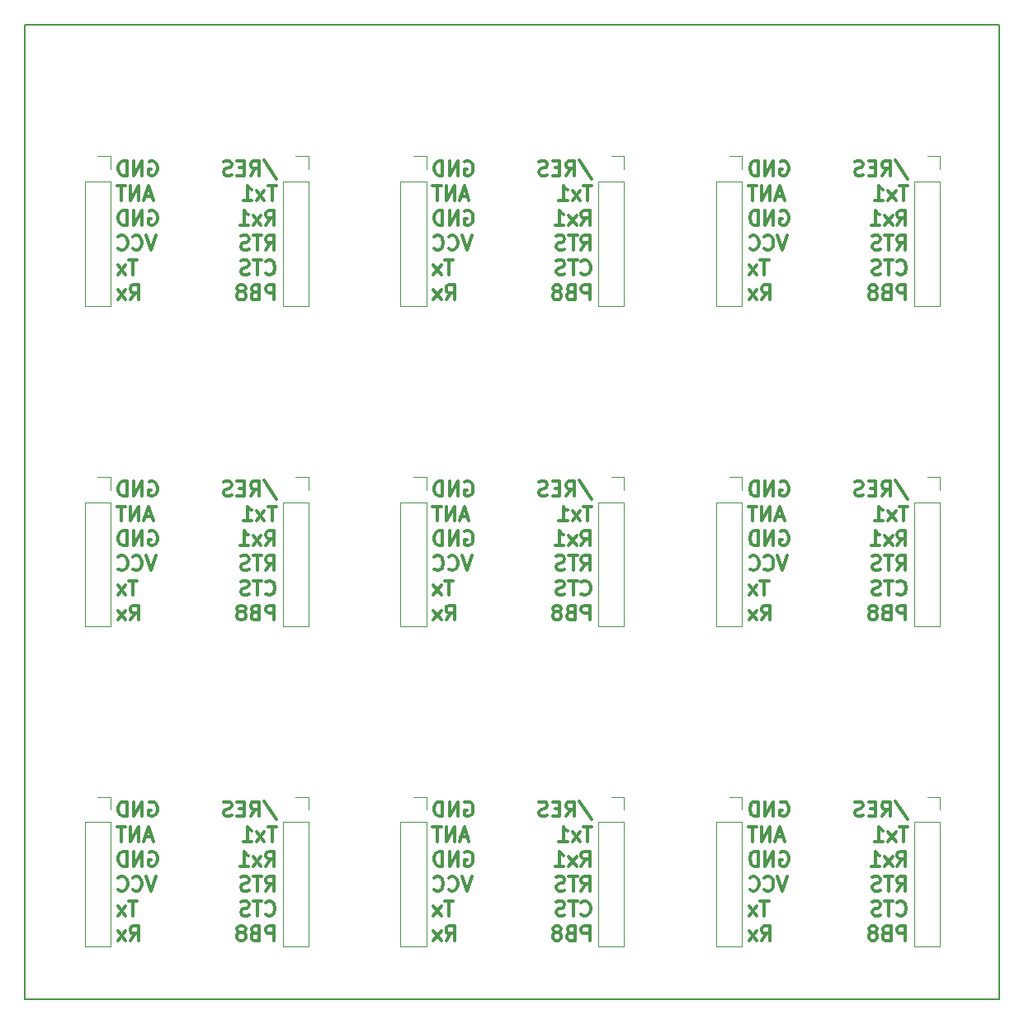
<source format=gbo>
%FSTAX23Y23*%
%MOIN*%
%SFA1B1*%

%IPPOS*%
%ADD20C,0.011811*%
%ADD21C,0.004724*%
%ADD22C,0.043386*%
%ADD23C,0.023701*%
%ADD24O,0.070945X0.070945*%
%ADD25R,0.070945X0.070945*%
%ADD44C,0.005000*%
G54D20*
X00964Y008D02*
X01015Y00724D01*
G54D44*
X0Y0D02*
X03936D01*
Y03936*
X0*
Y0*
G54D20*
X00911Y00738D02*
X0093Y00766D01*
X00944Y00738D02*
Y00797D01*
X00922*
X00916Y00794*
X00914Y00791*
X00911Y00786*
Y00777*
X00914Y00772*
X00916Y00769*
X00922Y00766*
X00944*
X00885Y00769D02*
X00866D01*
X00857Y00738D02*
X00885D01*
Y00797*
X00857*
X00835Y00741D02*
X00826Y00738D01*
X00812*
X00807Y00741*
X00804Y00743*
X00801Y00749*
Y00755*
X00804Y0076*
X00807Y00763*
X00812Y00766*
X00824Y00769*
X00829Y00772*
X00832Y00774*
X00835Y0078*
Y00786*
X00832Y00791*
X00829Y00794*
X00824Y00797*
X0081*
X00801Y00794*
X01015Y00697D02*
X00981D01*
X00998Y00637D02*
Y00697D01*
X00967Y00637D02*
X00936Y00677D01*
X00967D02*
X00936Y00637D01*
X00883D02*
X00916D01*
X009D02*
Y00697D01*
X00905Y00688*
X00911Y00682*
X00916Y0068*
X00973Y00537D02*
X00992Y00565D01*
X01006Y00537D02*
Y00596D01*
X00984*
X00978Y00593*
X00975Y00591*
X00973Y00585*
Y00576*
X00975Y00571*
X00978Y00568*
X00984Y00565*
X01006*
X00953Y00537D02*
X00922Y00576D01*
X00953D02*
X00922Y00537D01*
X00869D02*
X00902D01*
X00885D02*
Y00596D01*
X00891Y00588*
X00897Y00582*
X00902Y00579*
X00973Y00437D02*
X00992Y00465D01*
X01006Y00437D02*
Y00496D01*
X00984*
X00978Y00493*
X00975Y0049*
X00973Y00484*
Y00476*
X00975Y0047*
X00978Y00468*
X00984Y00465*
X01006*
X00956Y00496D02*
X00922D01*
X00939Y00437D02*
Y00496D01*
X00905Y00439D02*
X00897Y00437D01*
X00883*
X00877Y00439*
X00874Y00442*
X00871Y00448*
Y00454*
X00874Y00459*
X00877Y00462*
X00883Y00465*
X00894Y00468*
X009Y0047*
X00902Y00473*
X00905Y00479*
Y00484*
X00902Y0049*
X009Y00493*
X00894Y00496*
X0088*
X00871Y00493*
X00973Y00342D02*
X00975Y00339D01*
X00984Y00336*
X00989*
X00998Y00339*
X01004Y00345*
X01006Y0035*
X01009Y00362*
Y0037*
X01006Y00381*
X01004Y00387*
X00998Y00393*
X00989Y00395*
X00984*
X00975Y00393*
X00973Y0039*
X00956Y00395D02*
X00922D01*
X00939Y00336D02*
Y00395D01*
X00905Y00339D02*
X00897Y00336D01*
X00883*
X00877Y00339*
X00874Y00342*
X00871Y00348*
Y00353*
X00874Y00359*
X00877Y00362*
X00883Y00364*
X00894Y00367*
X009Y0037*
X00902Y00373*
X00905Y00378*
Y00384*
X00902Y0039*
X009Y00393*
X00894Y00395*
X0088*
X00871Y00393*
X01006Y00236D02*
Y00295D01*
X00984*
X00978Y00292*
X00975Y00289*
X00973Y00284*
Y00275*
X00975Y0027*
X00978Y00267*
X00984Y00264*
X01006*
X00928Y00267D02*
X00919Y00264D01*
X00916Y00261*
X00914Y00256*
Y00247*
X00916Y00242*
X00919Y00239*
X00925Y00236*
X00947*
Y00295*
X00928*
X00922Y00292*
X00919Y00289*
X00916Y00284*
Y00278*
X00919Y00272*
X00922Y0027*
X00928Y00267*
X00947*
X0088Y0027D02*
X00885Y00272D01*
X00888Y00275*
X00891Y00281*
Y00284*
X00888Y00289*
X00885Y00292*
X0088Y00295*
X00869*
X00863Y00292*
X0086Y00289*
X00857Y00284*
Y00281*
X0086Y00275*
X00863Y00272*
X00869Y0027*
X0088*
X00885Y00267*
X00888Y00264*
X00891Y00258*
Y00247*
X00888Y00242*
X00885Y00239*
X0088Y00236*
X00869*
X00863Y00239*
X0086Y00242*
X00857Y00247*
Y00258*
X0086Y00264*
X00863Y00267*
X00869Y0027*
X00501Y00794D02*
X00506Y00797D01*
X00515*
X00523Y00794*
X00529Y00788*
X00532Y00783*
X00535Y00772*
Y00763*
X00532Y00752*
X00529Y00746*
X00523Y00741*
X00515Y00738*
X00509*
X00501Y00741*
X00498Y00743*
Y00763*
X00509*
X00473Y00738D02*
Y00797D01*
X00439Y00738*
Y00797*
X00411Y00738D02*
Y00797D01*
X00397*
X00388Y00794*
X00383Y00788*
X0038Y00783*
X00377Y00772*
Y00763*
X0038Y00752*
X00383Y00746*
X00388Y00741*
X00397Y00738*
X00411*
X00512Y00654D02*
X00484D01*
X00518Y00637D02*
X00498Y00697D01*
X00478Y00637*
X00459D02*
Y00697D01*
X00425Y00637*
Y00697*
X00405D02*
X00371D01*
X00388Y00637D02*
Y00697D01*
X00501Y00593D02*
X00506Y00596D01*
X00515*
X00523Y00593*
X00529Y00588*
X00532Y00582*
X00535Y00571*
Y00562*
X00532Y00551*
X00529Y00546*
X00523Y0054*
X00515Y00537*
X00509*
X00501Y0054*
X00498Y00543*
Y00562*
X00509*
X00473Y00537D02*
Y00596D01*
X00439Y00537*
Y00596*
X00411Y00537D02*
Y00596D01*
X00397*
X00388Y00593*
X00383Y00588*
X0038Y00582*
X00377Y00571*
Y00562*
X0038Y00551*
X00383Y00546*
X00388Y0054*
X00397Y00537*
X00411*
X00529Y00496D02*
X00509Y00437D01*
X0049Y00496*
X00436Y00442D02*
X00439Y00439D01*
X00447Y00437*
X00453*
X00461Y00439*
X00467Y00445*
X0047Y00451*
X00473Y00462*
Y0047*
X0047Y00482*
X00467Y00487*
X00461Y00493*
X00453Y00496*
X00447*
X00439Y00493*
X00436Y0049*
X00377Y00442D02*
X0038Y00439D01*
X00388Y00437*
X00394*
X00402Y00439*
X00408Y00445*
X00411Y00451*
X00414Y00462*
Y0047*
X00411Y00482*
X00408Y00487*
X00402Y00493*
X00394Y00496*
X00388*
X0038Y00493*
X00377Y0049*
X00453Y00395D02*
X00419D01*
X00436Y00336D02*
Y00395D01*
X00405Y00336D02*
X00374Y00376D01*
X00405D02*
X00374Y00336D01*
X00425Y00236D02*
X00445Y00264D01*
X00459Y00236D02*
Y00295D01*
X00436*
X0043Y00292*
X00428Y00289*
X00425Y00284*
Y00275*
X00428Y0027*
X0043Y00267*
X00436Y00264*
X00459*
X00405Y00236D02*
X00374Y00275D01*
X00405D02*
X00374Y00236D01*
G54D21*
X00345Y00816D02*
X00293D01*
X00345Y00764D02*
Y00816D01*
Y00714D02*
X00241D01*
Y00211D01*
X00345Y00714D02*
Y00211D01*
X00241D01*
X01145D02*
X01041D01*
X01145Y00714D02*
Y00211D01*
X01041Y00714D02*
Y00211D01*
X01145Y00714D02*
X01041D01*
X01145Y00764D02*
Y00816D01*
X01093D01*
G54D20*
X02239Y008D02*
X0229Y00724D01*
X02186Y00738D02*
X02205Y00766D01*
X02219Y00738D02*
Y00797D01*
X02197*
X02191Y00794*
X02188Y00791*
X02186Y00786*
Y00777*
X02188Y00772*
X02191Y00769*
X02197Y00766*
X02219*
X0216Y00769D02*
X02141D01*
X02132Y00738D02*
X0216D01*
Y00797*
X02132*
X0211Y00741D02*
X02101Y00738D01*
X02087*
X02082Y00741*
X02079Y00743*
X02076Y00749*
Y00755*
X02079Y0076*
X02082Y00763*
X02087Y00766*
X02098Y00769*
X02104Y00772*
X02107Y00774*
X0211Y0078*
Y00786*
X02107Y00791*
X02104Y00794*
X02098Y00797*
X02084*
X02076Y00794*
X0229Y00697D02*
X02256D01*
X02273Y00637D02*
Y00697D01*
X02242Y00637D02*
X02211Y00677D01*
X02242D02*
X02211Y00637D01*
X02157D02*
X02191D01*
X02174D02*
Y00697D01*
X0218Y00688*
X02186Y00682*
X02191Y0068*
X02247Y00537D02*
X02267Y00565D01*
X02281Y00537D02*
Y00596D01*
X02259*
X02253Y00593*
X0225Y00591*
X02247Y00585*
Y00576*
X0225Y00571*
X02253Y00568*
X02259Y00565*
X02281*
X02228Y00537D02*
X02197Y00576D01*
X02228D02*
X02197Y00537D01*
X02143D02*
X02177D01*
X0216D02*
Y00596D01*
X02166Y00588*
X02172Y00582*
X02177Y00579*
X02247Y00437D02*
X02267Y00465D01*
X02281Y00437D02*
Y00496D01*
X02259*
X02253Y00493*
X0225Y0049*
X02247Y00484*
Y00476*
X0225Y0047*
X02253Y00468*
X02259Y00465*
X02281*
X02231Y00496D02*
X02197D01*
X02214Y00437D02*
Y00496D01*
X0218Y00439D02*
X02172Y00437D01*
X02157*
X02152Y00439*
X02149Y00442*
X02146Y00448*
Y00454*
X02149Y00459*
X02152Y00462*
X02157Y00465*
X02169Y00468*
X02174Y0047*
X02177Y00473*
X0218Y00479*
Y00484*
X02177Y0049*
X02174Y00493*
X02169Y00496*
X02155*
X02146Y00493*
X02247Y00342D02*
X0225Y00339D01*
X02259Y00336*
X02264*
X02273Y00339*
X02278Y00345*
X02281Y0035*
X02284Y00362*
Y0037*
X02281Y00381*
X02278Y00387*
X02273Y00393*
X02264Y00395*
X02259*
X0225Y00393*
X02247Y0039*
X02231Y00395D02*
X02197D01*
X02214Y00336D02*
Y00395D01*
X0218Y00339D02*
X02172Y00336D01*
X02157*
X02152Y00339*
X02149Y00342*
X02146Y00348*
Y00353*
X02149Y00359*
X02152Y00362*
X02157Y00364*
X02169Y00367*
X02174Y0037*
X02177Y00373*
X0218Y00378*
Y00384*
X02177Y0039*
X02174Y00393*
X02169Y00395*
X02155*
X02146Y00393*
X02281Y00236D02*
Y00295D01*
X02259*
X02253Y00292*
X0225Y00289*
X02247Y00284*
Y00275*
X0225Y0027*
X02253Y00267*
X02259Y00264*
X02281*
X02202Y00267D02*
X02194Y00264D01*
X02191Y00261*
X02188Y00256*
Y00247*
X02191Y00242*
X02194Y00239*
X022Y00236*
X02222*
Y00295*
X02202*
X02197Y00292*
X02194Y00289*
X02191Y00284*
Y00278*
X02194Y00272*
X02197Y0027*
X02202Y00267*
X02222*
X02155Y0027D02*
X0216Y00272D01*
X02163Y00275*
X02166Y00281*
Y00284*
X02163Y00289*
X0216Y00292*
X02155Y00295*
X02143*
X02138Y00292*
X02135Y00289*
X02132Y00284*
Y00281*
X02135Y00275*
X02138Y00272*
X02143Y0027*
X02155*
X0216Y00267*
X02163Y00264*
X02166Y00258*
Y00247*
X02163Y00242*
X0216Y00239*
X02155Y00236*
X02143*
X02138Y00239*
X02135Y00242*
X02132Y00247*
Y00258*
X02135Y00264*
X02138Y00267*
X02143Y0027*
X01777Y00794D02*
X01782Y00797D01*
X01791*
X01799Y00794*
X01805Y00788*
X01808Y00783*
X0181Y00772*
Y00763*
X01808Y00752*
X01805Y00746*
X01799Y00741*
X01791Y00738*
X01785*
X01777Y00741*
X01774Y00743*
Y00763*
X01785*
X01748Y00738D02*
Y00797D01*
X01715Y00738*
Y00797*
X01687Y00738D02*
Y00797D01*
X01673*
X01664Y00794*
X01659Y00788*
X01656Y00783*
X01653Y00772*
Y00763*
X01656Y00752*
X01659Y00746*
X01664Y00741*
X01673Y00738*
X01687*
X01788Y00654D02*
X0176D01*
X01793Y00637D02*
X01774Y00697D01*
X01754Y00637*
X01734D02*
Y00697D01*
X01701Y00637*
Y00697*
X01681D02*
X01647D01*
X01664Y00637D02*
Y00697D01*
X01777Y00593D02*
X01782Y00596D01*
X01791*
X01799Y00593*
X01805Y00588*
X01808Y00582*
X0181Y00571*
Y00562*
X01808Y00551*
X01805Y00546*
X01799Y0054*
X01791Y00537*
X01785*
X01777Y0054*
X01774Y00543*
Y00562*
X01785*
X01748Y00537D02*
Y00596D01*
X01715Y00537*
Y00596*
X01687Y00537D02*
Y00596D01*
X01673*
X01664Y00593*
X01659Y00588*
X01656Y00582*
X01653Y00571*
Y00562*
X01656Y00551*
X01659Y00546*
X01664Y0054*
X01673Y00537*
X01687*
X01805Y00496D02*
X01785Y00437D01*
X01765Y00496*
X01712Y00442D02*
X01715Y00439D01*
X01723Y00437*
X01729*
X01737Y00439*
X01743Y00445*
X01746Y00451*
X01748Y00462*
Y0047*
X01746Y00482*
X01743Y00487*
X01737Y00493*
X01729Y00496*
X01723*
X01715Y00493*
X01712Y0049*
X01653Y00442D02*
X01656Y00439D01*
X01664Y00437*
X0167*
X01678Y00439*
X01684Y00445*
X01687Y00451*
X01689Y00462*
Y0047*
X01687Y00482*
X01684Y00487*
X01678Y00493*
X0167Y00496*
X01664*
X01656Y00493*
X01653Y0049*
X01729Y00395D02*
X01695D01*
X01712Y00336D02*
Y00395D01*
X01681Y00336D02*
X0165Y00376D01*
X01681D02*
X0165Y00336D01*
X01701Y00236D02*
X0172Y00264D01*
X01734Y00236D02*
Y00295D01*
X01712*
X01706Y00292*
X01703Y00289*
X01701Y00284*
Y00275*
X01703Y0027*
X01706Y00267*
X01712Y00264*
X01734*
X01681Y00236D02*
X0165Y00275D01*
X01681D02*
X0165Y00236D01*
G54D21*
X01621Y00816D02*
X01569D01*
X01621Y00764D02*
Y00816D01*
Y00714D02*
X01517D01*
Y00211D01*
X01621Y00714D02*
Y00211D01*
X01517D01*
X0242D02*
X02316D01*
X0242Y00714D02*
Y00211D01*
X02316Y00714D02*
Y00211D01*
X0242Y00714D02*
X02316D01*
X0242Y00764D02*
Y00816D01*
X02368D01*
G54D20*
X03515Y008D02*
X03565Y00724D01*
X03461Y00738D02*
X03481Y00766D01*
X03495Y00738D02*
Y00797D01*
X03473*
X03467Y00794*
X03464Y00791*
X03461Y00786*
Y00777*
X03464Y00772*
X03467Y00769*
X03473Y00766*
X03495*
X03436Y00769D02*
X03416D01*
X03408Y00738D02*
X03436D01*
Y00797*
X03408*
X03386Y00741D02*
X03377Y00738D01*
X03363*
X03357Y00741*
X03355Y00743*
X03352Y00749*
Y00755*
X03355Y0076*
X03357Y00763*
X03363Y00766*
X03374Y00769*
X0338Y00772*
X03383Y00774*
X03386Y0078*
Y00786*
X03383Y00791*
X0338Y00794*
X03374Y00797*
X0336*
X03352Y00794*
X03565Y00697D02*
X03532D01*
X03549Y00637D02*
Y00697D01*
X03518Y00637D02*
X03487Y00677D01*
X03518D02*
X03487Y00637D01*
X03433D02*
X03467D01*
X0345D02*
Y00697D01*
X03456Y00688*
X03461Y00682*
X03467Y0068*
X03523Y00537D02*
X03543Y00565D01*
X03557Y00537D02*
Y00596D01*
X03535*
X03529Y00593*
X03526Y00591*
X03523Y00585*
Y00576*
X03526Y00571*
X03529Y00568*
X03535Y00565*
X03557*
X03504Y00537D02*
X03473Y00576D01*
X03504D02*
X03473Y00537D01*
X03419D02*
X03453D01*
X03436D02*
Y00596D01*
X03442Y00588*
X03447Y00582*
X03453Y00579*
X03523Y00437D02*
X03543Y00465D01*
X03557Y00437D02*
Y00496D01*
X03535*
X03529Y00493*
X03526Y0049*
X03523Y00484*
Y00476*
X03526Y0047*
X03529Y00468*
X03535Y00465*
X03557*
X03506Y00496D02*
X03473D01*
X0349Y00437D02*
Y00496D01*
X03456Y00439D02*
X03447Y00437D01*
X03433*
X03428Y00439*
X03425Y00442*
X03422Y00448*
Y00454*
X03425Y00459*
X03428Y00462*
X03433Y00465*
X03445Y00468*
X0345Y0047*
X03453Y00473*
X03456Y00479*
Y00484*
X03453Y0049*
X0345Y00493*
X03445Y00496*
X03431*
X03422Y00493*
X03523Y00342D02*
X03526Y00339D01*
X03535Y00336*
X0354*
X03549Y00339*
X03554Y00345*
X03557Y0035*
X0356Y00362*
Y0037*
X03557Y00381*
X03554Y00387*
X03549Y00393*
X0354Y00395*
X03535*
X03526Y00393*
X03523Y0039*
X03506Y00395D02*
X03473D01*
X0349Y00336D02*
Y00395D01*
X03456Y00339D02*
X03447Y00336D01*
X03433*
X03428Y00339*
X03425Y00342*
X03422Y00348*
Y00353*
X03425Y00359*
X03428Y00362*
X03433Y00364*
X03445Y00367*
X0345Y0037*
X03453Y00373*
X03456Y00378*
Y00384*
X03453Y0039*
X0345Y00393*
X03445Y00395*
X03431*
X03422Y00393*
X03557Y00236D02*
Y00295D01*
X03535*
X03529Y00292*
X03526Y00289*
X03523Y00284*
Y00275*
X03526Y0027*
X03529Y00267*
X03535Y00264*
X03557*
X03478Y00267D02*
X0347Y00264D01*
X03467Y00261*
X03464Y00256*
Y00247*
X03467Y00242*
X0347Y00239*
X03476Y00236*
X03498*
Y00295*
X03478*
X03473Y00292*
X0347Y00289*
X03467Y00284*
Y00278*
X0347Y00272*
X03473Y0027*
X03478Y00267*
X03498*
X03431Y0027D02*
X03436Y00272D01*
X03439Y00275*
X03442Y00281*
Y00284*
X03439Y00289*
X03436Y00292*
X03431Y00295*
X03419*
X03414Y00292*
X03411Y00289*
X03408Y00284*
Y00281*
X03411Y00275*
X03414Y00272*
X03419Y0027*
X03431*
X03436Y00267*
X03439Y00264*
X03442Y00258*
Y00247*
X03439Y00242*
X03436Y00239*
X03431Y00236*
X03419*
X03414Y00239*
X03411Y00242*
X03408Y00247*
Y00258*
X03411Y00264*
X03414Y00267*
X03419Y0027*
X03051Y00794D02*
X03057Y00797D01*
X03066*
X03074Y00794*
X0308Y00788*
X03082Y00783*
X03085Y00772*
Y00763*
X03082Y00752*
X0308Y00746*
X03074Y00741*
X03066Y00738*
X0306*
X03051Y00741*
X03049Y00743*
Y00763*
X0306*
X03023Y00738D02*
Y00797D01*
X0299Y00738*
Y00797*
X02961Y00738D02*
Y00797D01*
X02947*
X02939Y00794*
X02933Y00788*
X02931Y00783*
X02928Y00772*
Y00763*
X02931Y00752*
X02933Y00746*
X02939Y00741*
X02947Y00738*
X02961*
X03063Y00654D02*
X03035D01*
X03068Y00637D02*
X03049Y00697D01*
X03029Y00637*
X03009D02*
Y00697D01*
X02976Y00637*
Y00697*
X02956D02*
X02922D01*
X02939Y00637D02*
Y00697D01*
X03051Y00593D02*
X03057Y00596D01*
X03066*
X03074Y00593*
X0308Y00588*
X03082Y00582*
X03085Y00571*
Y00562*
X03082Y00551*
X0308Y00546*
X03074Y0054*
X03066Y00537*
X0306*
X03051Y0054*
X03049Y00543*
Y00562*
X0306*
X03023Y00537D02*
Y00596D01*
X0299Y00537*
Y00596*
X02961Y00537D02*
Y00596D01*
X02947*
X02939Y00593*
X02933Y00588*
X02931Y00582*
X02928Y00571*
Y00562*
X02931Y00551*
X02933Y00546*
X02939Y0054*
X02947Y00537*
X02961*
X0308Y00496D02*
X0306Y00437D01*
X0304Y00496*
X02987Y00442D02*
X0299Y00439D01*
X02998Y00437*
X03004*
X03012Y00439*
X03018Y00445*
X03021Y00451*
X03023Y00462*
Y0047*
X03021Y00482*
X03018Y00487*
X03012Y00493*
X03004Y00496*
X02998*
X0299Y00493*
X02987Y0049*
X02928Y00442D02*
X02931Y00439D01*
X02939Y00437*
X02945*
X02953Y00439*
X02959Y00445*
X02961Y00451*
X02964Y00462*
Y0047*
X02961Y00482*
X02959Y00487*
X02953Y00493*
X02945Y00496*
X02939*
X02931Y00493*
X02928Y0049*
X03004Y00395D02*
X0297D01*
X02987Y00336D02*
Y00395D01*
X02956Y00336D02*
X02925Y00376D01*
X02956D02*
X02925Y00336D01*
X02976Y00236D02*
X02995Y00264D01*
X03009Y00236D02*
Y00295D01*
X02987*
X02981Y00292*
X02978Y00289*
X02976Y00284*
Y00275*
X02978Y0027*
X02981Y00267*
X02987Y00264*
X03009*
X02956Y00236D02*
X02925Y00275D01*
X02956D02*
X02925Y00236D01*
G54D21*
X02896Y00816D02*
X02844D01*
X02896Y00764D02*
Y00816D01*
Y00714D02*
X02791D01*
Y00211D01*
X02896Y00714D02*
Y00211D01*
X02791D01*
X03696D02*
X03591D01*
X03696Y00714D02*
Y00211D01*
X03591Y00714D02*
Y00211D01*
X03696Y00714D02*
X03591D01*
X03696Y00764D02*
Y00816D01*
X03644D01*
G54D20*
X00964Y02094D02*
X01015Y02018D01*
X00911Y02032D02*
X0093Y0206D01*
X00944Y02032D02*
Y02091D01*
X00922*
X00916Y02088*
X00914Y02085*
X00911Y0208*
Y02071*
X00914Y02065*
X00916Y02063*
X00922Y0206*
X00944*
X00885Y02063D02*
X00866D01*
X00857Y02032D02*
X00885D01*
Y02091*
X00857*
X00835Y02035D02*
X00826Y02032D01*
X00812*
X00807Y02035*
X00804Y02037*
X00801Y02043*
Y02049*
X00804Y02054*
X00807Y02057*
X00812Y0206*
X00824Y02063*
X00829Y02065*
X00832Y02068*
X00835Y02074*
Y0208*
X00832Y02085*
X00829Y02088*
X00824Y02091*
X0081*
X00801Y02088*
X01015Y0199D02*
X00981D01*
X00998Y01932D02*
Y0199D01*
X00967Y01932D02*
X00936Y01971D01*
X00967D02*
X00936Y01932D01*
X00883D02*
X00916D01*
X009D02*
Y0199D01*
X00905Y01982*
X00911Y01976*
X00916Y01974*
X00973Y01832D02*
X00992Y0186D01*
X01006Y01832D02*
Y01891D01*
X00984*
X00978Y01888*
X00975Y01885*
X00973Y0188*
Y01871*
X00975Y01866*
X00978Y01863*
X00984Y0186*
X01006*
X00953Y01832D02*
X00922Y01871D01*
X00953D02*
X00922Y01832D01*
X00869D02*
X00902D01*
X00885D02*
Y01891D01*
X00891Y01883*
X00897Y01877*
X00902Y01874*
X00973Y01732D02*
X00992Y0176D01*
X01006Y01732D02*
Y01791D01*
X00984*
X00978Y01788*
X00975Y01785*
X00973Y01779*
Y01771*
X00975Y01765*
X00978Y01762*
X00984Y0176*
X01006*
X00956Y01791D02*
X00922D01*
X00939Y01732D02*
Y01791D01*
X00905Y01734D02*
X00897Y01732D01*
X00883*
X00877Y01734*
X00874Y01737*
X00871Y01743*
Y01748*
X00874Y01754*
X00877Y01757*
X00883Y0176*
X00894Y01762*
X009Y01765*
X00902Y01768*
X00905Y01774*
Y01779*
X00902Y01785*
X009Y01788*
X00894Y01791*
X0088*
X00871Y01788*
X00973Y01637D02*
X00975Y01634D01*
X00984Y01631*
X00989*
X00998Y01634*
X01004Y0164*
X01006Y01645*
X01009Y01656*
Y01665*
X01006Y01676*
X01004Y01682*
X00998Y01687*
X00989Y0169*
X00984*
X00975Y01687*
X00973Y01685*
X00956Y0169D02*
X00922D01*
X00939Y01631D02*
Y0169D01*
X00905Y01634D02*
X00897Y01631D01*
X00883*
X00877Y01634*
X00874Y01637*
X00871Y01642*
Y01648*
X00874Y01654*
X00877Y01656*
X00883Y01659*
X00894Y01662*
X009Y01665*
X00902Y01668*
X00905Y01673*
Y01679*
X00902Y01685*
X009Y01687*
X00894Y0169*
X0088*
X00871Y01687*
X01006Y01531D02*
Y0159D01*
X00984*
X00978Y01587*
X00975Y01584*
X00973Y01579*
Y0157*
X00975Y01564*
X00978Y01562*
X00984Y01559*
X01006*
X00928Y01562D02*
X00919Y01559D01*
X00916Y01556*
X00914Y0155*
Y01542*
X00916Y01536*
X00919Y01534*
X00925Y01531*
X00947*
Y0159*
X00928*
X00922Y01587*
X00919Y01584*
X00916Y01579*
Y01573*
X00919Y01567*
X00922Y01564*
X00928Y01562*
X00947*
X0088Y01564D02*
X00885Y01567D01*
X00888Y0157*
X00891Y01576*
Y01579*
X00888Y01584*
X00885Y01587*
X0088Y0159*
X00869*
X00863Y01587*
X0086Y01584*
X00857Y01579*
Y01576*
X0086Y0157*
X00863Y01567*
X00869Y01564*
X0088*
X00885Y01562*
X00888Y01559*
X00891Y01553*
Y01542*
X00888Y01536*
X00885Y01534*
X0088Y01531*
X00869*
X00863Y01534*
X0086Y01536*
X00857Y01542*
Y01553*
X0086Y01559*
X00863Y01562*
X00869Y01564*
X00501Y02088D02*
X00506Y02091D01*
X00515*
X00523Y02088*
X00529Y02082*
X00532Y02077*
X00535Y02065*
Y02057*
X00532Y02046*
X00529Y0204*
X00523Y02035*
X00515Y02032*
X00509*
X00501Y02035*
X00498Y02037*
Y02057*
X00509*
X00473Y02032D02*
Y02091D01*
X00439Y02032*
Y02091*
X00411Y02032D02*
Y02091D01*
X00397*
X00388Y02088*
X00383Y02082*
X0038Y02077*
X00377Y02065*
Y02057*
X0038Y02046*
X00383Y0204*
X00388Y02035*
X00397Y02032*
X00411*
X00512Y01949D02*
X00484D01*
X00518Y01932D02*
X00498Y0199D01*
X00478Y01932*
X00459D02*
Y0199D01*
X00425Y01932*
Y0199*
X00405D02*
X00371D01*
X00388Y01932D02*
Y0199D01*
X00501Y01888D02*
X00506Y01891D01*
X00515*
X00523Y01888*
X00529Y01883*
X00532Y01877*
X00535Y01866*
Y01857*
X00532Y01846*
X00529Y0184*
X00523Y01835*
X00515Y01832*
X00509*
X00501Y01835*
X00498Y01838*
Y01857*
X00509*
X00473Y01832D02*
Y01891D01*
X00439Y01832*
Y01891*
X00411Y01832D02*
Y01891D01*
X00397*
X00388Y01888*
X00383Y01883*
X0038Y01877*
X00377Y01866*
Y01857*
X0038Y01846*
X00383Y0184*
X00388Y01835*
X00397Y01832*
X00411*
X00529Y01791D02*
X00509Y01732D01*
X0049Y01791*
X00436Y01737D02*
X00439Y01734D01*
X00447Y01732*
X00453*
X00461Y01734*
X00467Y0174*
X0047Y01746*
X00473Y01757*
Y01765*
X0047Y01777*
X00467Y01782*
X00461Y01788*
X00453Y01791*
X00447*
X00439Y01788*
X00436Y01785*
X00377Y01737D02*
X0038Y01734D01*
X00388Y01732*
X00394*
X00402Y01734*
X00408Y0174*
X00411Y01746*
X00414Y01757*
Y01765*
X00411Y01777*
X00408Y01782*
X00402Y01788*
X00394Y01791*
X00388*
X0038Y01788*
X00377Y01785*
X00453Y0169D02*
X00419D01*
X00436Y01631D02*
Y0169D01*
X00405Y01631D02*
X00374Y01671D01*
X00405D02*
X00374Y01631D01*
X00425Y01531D02*
X00445Y01559D01*
X00459Y01531D02*
Y0159D01*
X00436*
X0043Y01587*
X00428Y01584*
X00425Y01579*
Y0157*
X00428Y01564*
X0043Y01562*
X00436Y01559*
X00459*
X00405Y01531D02*
X00374Y0157D01*
X00405D02*
X00374Y01531D01*
G54D21*
X00345Y0211D02*
X00293D01*
X00345Y02057D02*
Y0211D01*
Y02007D02*
X00241D01*
Y01506D01*
X00345Y02007D02*
Y01506D01*
X00241D01*
X01145D02*
X01041D01*
X01145Y02007D02*
Y01506D01*
X01041Y02007D02*
Y01506D01*
X01145Y02007D02*
X01041D01*
X01145Y02057D02*
Y0211D01*
X01093D01*
G54D20*
X02239Y02094D02*
X0229Y02018D01*
X02186Y02032D02*
X02205Y0206D01*
X02219Y02032D02*
Y02091D01*
X02197*
X02191Y02088*
X02188Y02085*
X02186Y0208*
Y02071*
X02188Y02065*
X02191Y02063*
X02197Y0206*
X02219*
X0216Y02063D02*
X02141D01*
X02132Y02032D02*
X0216D01*
Y02091*
X02132*
X0211Y02035D02*
X02101Y02032D01*
X02087*
X02082Y02035*
X02079Y02037*
X02076Y02043*
Y02049*
X02079Y02054*
X02082Y02057*
X02087Y0206*
X02098Y02063*
X02104Y02065*
X02107Y02068*
X0211Y02074*
Y0208*
X02107Y02085*
X02104Y02088*
X02098Y02091*
X02084*
X02076Y02088*
X0229Y0199D02*
X02256D01*
X02273Y01932D02*
Y0199D01*
X02242Y01932D02*
X02211Y01971D01*
X02242D02*
X02211Y01932D01*
X02157D02*
X02191D01*
X02174D02*
Y0199D01*
X0218Y01982*
X02186Y01976*
X02191Y01974*
X02247Y01832D02*
X02267Y0186D01*
X02281Y01832D02*
Y01891D01*
X02259*
X02253Y01888*
X0225Y01885*
X02247Y0188*
Y01871*
X0225Y01866*
X02253Y01863*
X02259Y0186*
X02281*
X02228Y01832D02*
X02197Y01871D01*
X02228D02*
X02197Y01832D01*
X02143D02*
X02177D01*
X0216D02*
Y01891D01*
X02166Y01883*
X02172Y01877*
X02177Y01874*
X02247Y01732D02*
X02267Y0176D01*
X02281Y01732D02*
Y01791D01*
X02259*
X02253Y01788*
X0225Y01785*
X02247Y01779*
Y01771*
X0225Y01765*
X02253Y01762*
X02259Y0176*
X02281*
X02231Y01791D02*
X02197D01*
X02214Y01732D02*
Y01791D01*
X0218Y01734D02*
X02172Y01732D01*
X02157*
X02152Y01734*
X02149Y01737*
X02146Y01743*
Y01748*
X02149Y01754*
X02152Y01757*
X02157Y0176*
X02169Y01762*
X02174Y01765*
X02177Y01768*
X0218Y01774*
Y01779*
X02177Y01785*
X02174Y01788*
X02169Y01791*
X02155*
X02146Y01788*
X02247Y01637D02*
X0225Y01634D01*
X02259Y01631*
X02264*
X02273Y01634*
X02278Y0164*
X02281Y01645*
X02284Y01656*
Y01665*
X02281Y01676*
X02278Y01682*
X02273Y01687*
X02264Y0169*
X02259*
X0225Y01687*
X02247Y01685*
X02231Y0169D02*
X02197D01*
X02214Y01631D02*
Y0169D01*
X0218Y01634D02*
X02172Y01631D01*
X02157*
X02152Y01634*
X02149Y01637*
X02146Y01642*
Y01648*
X02149Y01654*
X02152Y01656*
X02157Y01659*
X02169Y01662*
X02174Y01665*
X02177Y01668*
X0218Y01673*
Y01679*
X02177Y01685*
X02174Y01687*
X02169Y0169*
X02155*
X02146Y01687*
X02281Y01531D02*
Y0159D01*
X02259*
X02253Y01587*
X0225Y01584*
X02247Y01579*
Y0157*
X0225Y01564*
X02253Y01562*
X02259Y01559*
X02281*
X02202Y01562D02*
X02194Y01559D01*
X02191Y01556*
X02188Y0155*
Y01542*
X02191Y01536*
X02194Y01534*
X022Y01531*
X02222*
Y0159*
X02202*
X02197Y01587*
X02194Y01584*
X02191Y01579*
Y01573*
X02194Y01567*
X02197Y01564*
X02202Y01562*
X02222*
X02155Y01564D02*
X0216Y01567D01*
X02163Y0157*
X02166Y01576*
Y01579*
X02163Y01584*
X0216Y01587*
X02155Y0159*
X02143*
X02138Y01587*
X02135Y01584*
X02132Y01579*
Y01576*
X02135Y0157*
X02138Y01567*
X02143Y01564*
X02155*
X0216Y01562*
X02163Y01559*
X02166Y01553*
Y01542*
X02163Y01536*
X0216Y01534*
X02155Y01531*
X02143*
X02138Y01534*
X02135Y01536*
X02132Y01542*
Y01553*
X02135Y01559*
X02138Y01562*
X02143Y01564*
X01777Y02088D02*
X01782Y02091D01*
X01791*
X01799Y02088*
X01805Y02082*
X01808Y02077*
X0181Y02065*
Y02057*
X01808Y02046*
X01805Y0204*
X01799Y02035*
X01791Y02032*
X01785*
X01777Y02035*
X01774Y02037*
Y02057*
X01785*
X01748Y02032D02*
Y02091D01*
X01715Y02032*
Y02091*
X01687Y02032D02*
Y02091D01*
X01673*
X01664Y02088*
X01659Y02082*
X01656Y02077*
X01653Y02065*
Y02057*
X01656Y02046*
X01659Y0204*
X01664Y02035*
X01673Y02032*
X01687*
X01788Y01949D02*
X0176D01*
X01793Y01932D02*
X01774Y0199D01*
X01754Y01932*
X01734D02*
Y0199D01*
X01701Y01932*
Y0199*
X01681D02*
X01647D01*
X01664Y01932D02*
Y0199D01*
X01777Y01888D02*
X01782Y01891D01*
X01791*
X01799Y01888*
X01805Y01883*
X01808Y01877*
X0181Y01866*
Y01857*
X01808Y01846*
X01805Y0184*
X01799Y01835*
X01791Y01832*
X01785*
X01777Y01835*
X01774Y01838*
Y01857*
X01785*
X01748Y01832D02*
Y01891D01*
X01715Y01832*
Y01891*
X01687Y01832D02*
Y01891D01*
X01673*
X01664Y01888*
X01659Y01883*
X01656Y01877*
X01653Y01866*
Y01857*
X01656Y01846*
X01659Y0184*
X01664Y01835*
X01673Y01832*
X01687*
X01805Y01791D02*
X01785Y01732D01*
X01765Y01791*
X01712Y01737D02*
X01715Y01734D01*
X01723Y01732*
X01729*
X01737Y01734*
X01743Y0174*
X01746Y01746*
X01748Y01757*
Y01765*
X01746Y01777*
X01743Y01782*
X01737Y01788*
X01729Y01791*
X01723*
X01715Y01788*
X01712Y01785*
X01653Y01737D02*
X01656Y01734D01*
X01664Y01732*
X0167*
X01678Y01734*
X01684Y0174*
X01687Y01746*
X01689Y01757*
Y01765*
X01687Y01777*
X01684Y01782*
X01678Y01788*
X0167Y01791*
X01664*
X01656Y01788*
X01653Y01785*
X01729Y0169D02*
X01695D01*
X01712Y01631D02*
Y0169D01*
X01681Y01631D02*
X0165Y01671D01*
X01681D02*
X0165Y01631D01*
X01701Y01531D02*
X0172Y01559D01*
X01734Y01531D02*
Y0159D01*
X01712*
X01706Y01587*
X01703Y01584*
X01701Y01579*
Y0157*
X01703Y01564*
X01706Y01562*
X01712Y01559*
X01734*
X01681Y01531D02*
X0165Y0157D01*
X01681D02*
X0165Y01531D01*
G54D21*
X01621Y0211D02*
X01569D01*
X01621Y02057D02*
Y0211D01*
Y02007D02*
X01517D01*
Y01506D01*
X01621Y02007D02*
Y01506D01*
X01517D01*
X0242D02*
X02316D01*
X0242Y02007D02*
Y01506D01*
X02316Y02007D02*
Y01506D01*
X0242Y02007D02*
X02316D01*
X0242Y02057D02*
Y0211D01*
X02368D01*
G54D20*
X03515Y02094D02*
X03565Y02018D01*
X03461Y02032D02*
X03481Y0206D01*
X03495Y02032D02*
Y02091D01*
X03473*
X03467Y02088*
X03464Y02085*
X03461Y0208*
Y02071*
X03464Y02065*
X03467Y02063*
X03473Y0206*
X03495*
X03436Y02063D02*
X03416D01*
X03408Y02032D02*
X03436D01*
Y02091*
X03408*
X03386Y02035D02*
X03377Y02032D01*
X03363*
X03357Y02035*
X03355Y02037*
X03352Y02043*
Y02049*
X03355Y02054*
X03357Y02057*
X03363Y0206*
X03374Y02063*
X0338Y02065*
X03383Y02068*
X03386Y02074*
Y0208*
X03383Y02085*
X0338Y02088*
X03374Y02091*
X0336*
X03352Y02088*
X03565Y0199D02*
X03532D01*
X03549Y01932D02*
Y0199D01*
X03518Y01932D02*
X03487Y01971D01*
X03518D02*
X03487Y01932D01*
X03433D02*
X03467D01*
X0345D02*
Y0199D01*
X03456Y01982*
X03461Y01976*
X03467Y01974*
X03523Y01832D02*
X03543Y0186D01*
X03557Y01832D02*
Y01891D01*
X03535*
X03529Y01888*
X03526Y01885*
X03523Y0188*
Y01871*
X03526Y01866*
X03529Y01863*
X03535Y0186*
X03557*
X03504Y01832D02*
X03473Y01871D01*
X03504D02*
X03473Y01832D01*
X03419D02*
X03453D01*
X03436D02*
Y01891D01*
X03442Y01883*
X03447Y01877*
X03453Y01874*
X03523Y01732D02*
X03543Y0176D01*
X03557Y01732D02*
Y01791D01*
X03535*
X03529Y01788*
X03526Y01785*
X03523Y01779*
Y01771*
X03526Y01765*
X03529Y01762*
X03535Y0176*
X03557*
X03506Y01791D02*
X03473D01*
X0349Y01732D02*
Y01791D01*
X03456Y01734D02*
X03447Y01732D01*
X03433*
X03428Y01734*
X03425Y01737*
X03422Y01743*
Y01748*
X03425Y01754*
X03428Y01757*
X03433Y0176*
X03445Y01762*
X0345Y01765*
X03453Y01768*
X03456Y01774*
Y01779*
X03453Y01785*
X0345Y01788*
X03445Y01791*
X03431*
X03422Y01788*
X03523Y01637D02*
X03526Y01634D01*
X03535Y01631*
X0354*
X03549Y01634*
X03554Y0164*
X03557Y01645*
X0356Y01656*
Y01665*
X03557Y01676*
X03554Y01682*
X03549Y01687*
X0354Y0169*
X03535*
X03526Y01687*
X03523Y01685*
X03506Y0169D02*
X03473D01*
X0349Y01631D02*
Y0169D01*
X03456Y01634D02*
X03447Y01631D01*
X03433*
X03428Y01634*
X03425Y01637*
X03422Y01642*
Y01648*
X03425Y01654*
X03428Y01656*
X03433Y01659*
X03445Y01662*
X0345Y01665*
X03453Y01668*
X03456Y01673*
Y01679*
X03453Y01685*
X0345Y01687*
X03445Y0169*
X03431*
X03422Y01687*
X03557Y01531D02*
Y0159D01*
X03535*
X03529Y01587*
X03526Y01584*
X03523Y01579*
Y0157*
X03526Y01564*
X03529Y01562*
X03535Y01559*
X03557*
X03478Y01562D02*
X0347Y01559D01*
X03467Y01556*
X03464Y0155*
Y01542*
X03467Y01536*
X0347Y01534*
X03476Y01531*
X03498*
Y0159*
X03478*
X03473Y01587*
X0347Y01584*
X03467Y01579*
Y01573*
X0347Y01567*
X03473Y01564*
X03478Y01562*
X03498*
X03431Y01564D02*
X03436Y01567D01*
X03439Y0157*
X03442Y01576*
Y01579*
X03439Y01584*
X03436Y01587*
X03431Y0159*
X03419*
X03414Y01587*
X03411Y01584*
X03408Y01579*
Y01576*
X03411Y0157*
X03414Y01567*
X03419Y01564*
X03431*
X03436Y01562*
X03439Y01559*
X03442Y01553*
Y01542*
X03439Y01536*
X03436Y01534*
X03431Y01531*
X03419*
X03414Y01534*
X03411Y01536*
X03408Y01542*
Y01553*
X03411Y01559*
X03414Y01562*
X03419Y01564*
X03051Y02088D02*
X03057Y02091D01*
X03066*
X03074Y02088*
X0308Y02082*
X03082Y02077*
X03085Y02065*
Y02057*
X03082Y02046*
X0308Y0204*
X03074Y02035*
X03066Y02032*
X0306*
X03051Y02035*
X03049Y02037*
Y02057*
X0306*
X03023Y02032D02*
Y02091D01*
X0299Y02032*
Y02091*
X02961Y02032D02*
Y02091D01*
X02947*
X02939Y02088*
X02933Y02082*
X02931Y02077*
X02928Y02065*
Y02057*
X02931Y02046*
X02933Y0204*
X02939Y02035*
X02947Y02032*
X02961*
X03063Y01949D02*
X03035D01*
X03068Y01932D02*
X03049Y0199D01*
X03029Y01932*
X03009D02*
Y0199D01*
X02976Y01932*
Y0199*
X02956D02*
X02922D01*
X02939Y01932D02*
Y0199D01*
X03051Y01888D02*
X03057Y01891D01*
X03066*
X03074Y01888*
X0308Y01883*
X03082Y01877*
X03085Y01866*
Y01857*
X03082Y01846*
X0308Y0184*
X03074Y01835*
X03066Y01832*
X0306*
X03051Y01835*
X03049Y01838*
Y01857*
X0306*
X03023Y01832D02*
Y01891D01*
X0299Y01832*
Y01891*
X02961Y01832D02*
Y01891D01*
X02947*
X02939Y01888*
X02933Y01883*
X02931Y01877*
X02928Y01866*
Y01857*
X02931Y01846*
X02933Y0184*
X02939Y01835*
X02947Y01832*
X02961*
X0308Y01791D02*
X0306Y01732D01*
X0304Y01791*
X02987Y01737D02*
X0299Y01734D01*
X02998Y01732*
X03004*
X03012Y01734*
X03018Y0174*
X03021Y01746*
X03023Y01757*
Y01765*
X03021Y01777*
X03018Y01782*
X03012Y01788*
X03004Y01791*
X02998*
X0299Y01788*
X02987Y01785*
X02928Y01737D02*
X02931Y01734D01*
X02939Y01732*
X02945*
X02953Y01734*
X02959Y0174*
X02961Y01746*
X02964Y01757*
Y01765*
X02961Y01777*
X02959Y01782*
X02953Y01788*
X02945Y01791*
X02939*
X02931Y01788*
X02928Y01785*
X03004Y0169D02*
X0297D01*
X02987Y01631D02*
Y0169D01*
X02956Y01631D02*
X02925Y01671D01*
X02956D02*
X02925Y01631D01*
X02976Y01531D02*
X02995Y01559D01*
X03009Y01531D02*
Y0159D01*
X02987*
X02981Y01587*
X02978Y01584*
X02976Y01579*
Y0157*
X02978Y01564*
X02981Y01562*
X02987Y01559*
X03009*
X02956Y01531D02*
X02925Y0157D01*
X02956D02*
X02925Y01531D01*
G54D21*
X02896Y0211D02*
X02844D01*
X02896Y02057D02*
Y0211D01*
Y02007D02*
X02791D01*
Y01506D01*
X02896Y02007D02*
Y01506D01*
X02791D01*
X03696D02*
X03591D01*
X03696Y02007D02*
Y01506D01*
X03591Y02007D02*
Y01506D01*
X03696Y02007D02*
X03591D01*
X03696Y02057D02*
Y0211D01*
X03644D01*
G54D20*
X00964Y03388D02*
X01015Y03313D01*
X00911Y03327D02*
X0093Y03355D01*
X00944Y03327D02*
Y03386D01*
X00922*
X00916Y03383*
X00914Y0338*
X00911Y03374*
Y03366*
X00914Y0336*
X00916Y03358*
X00922Y03355*
X00944*
X00885Y03358D02*
X00866D01*
X00857Y03327D02*
X00885D01*
Y03386*
X00857*
X00835Y03329D02*
X00826Y03327D01*
X00812*
X00807Y03329*
X00804Y03332*
X00801Y03338*
Y03343*
X00804Y03349*
X00807Y03352*
X00812Y03355*
X00824Y03358*
X00829Y0336*
X00832Y03363*
X00835Y03369*
Y03374*
X00832Y0338*
X00829Y03383*
X00824Y03386*
X0081*
X00801Y03383*
X01015Y03285D02*
X00981D01*
X00998Y03226D02*
Y03285D01*
X00967Y03226D02*
X00936Y03266D01*
X00967D02*
X00936Y03226D01*
X00883D02*
X00916D01*
X009D02*
Y03285D01*
X00905Y03277*
X00911Y03271*
X00916Y03268*
X00973Y03126D02*
X00992Y03154D01*
X01006Y03126D02*
Y03185D01*
X00984*
X00978Y03182*
X00975Y03179*
X00973Y03174*
Y03165*
X00975Y0316*
X00978Y03157*
X00984Y03154*
X01006*
X00953Y03126D02*
X00922Y03165D01*
X00953D02*
X00922Y03126D01*
X00869D02*
X00902D01*
X00885D02*
Y03185D01*
X00891Y03176*
X00897Y03171*
X00902Y03168*
X00973Y03025D02*
X00992Y03054D01*
X01006Y03025D02*
Y03084D01*
X00984*
X00978Y03082*
X00975Y03079*
X00973Y03073*
Y03065*
X00975Y03059*
X00978Y03056*
X00984Y03054*
X01006*
X00956Y03084D02*
X00922D01*
X00939Y03025D02*
Y03084D01*
X00905Y03028D02*
X00897Y03025D01*
X00883*
X00877Y03028*
X00874Y03031*
X00871Y03037*
Y03042*
X00874Y03048*
X00877Y03051*
X00883Y03054*
X00894Y03056*
X009Y03059*
X00902Y03062*
X00905Y03068*
Y03073*
X00902Y03079*
X009Y03082*
X00894Y03084*
X0088*
X00871Y03082*
X00973Y02931D02*
X00975Y02928D01*
X00984Y02925*
X00989*
X00998Y02928*
X01004Y02933*
X01006Y02939*
X01009Y0295*
Y02959*
X01006Y0297*
X01004Y02976*
X00998Y02981*
X00989Y02984*
X00984*
X00975Y02981*
X00973Y02978*
X00956Y02984D02*
X00922D01*
X00939Y02925D02*
Y02984D01*
X00905Y02928D02*
X00897Y02925D01*
X00883*
X00877Y02928*
X00874Y02931*
X00871Y02936*
Y02942*
X00874Y02947*
X00877Y0295*
X00883Y02953*
X00894Y02956*
X009Y02959*
X00902Y02962*
X00905Y02967*
Y02973*
X00902Y02978*
X009Y02981*
X00894Y02984*
X0088*
X00871Y02981*
X01006Y02825D02*
Y02884D01*
X00984*
X00978Y02881*
X00975Y02878*
X00973Y02872*
Y02864*
X00975Y02858*
X00978Y02856*
X00984Y02853*
X01006*
X00928Y02856D02*
X00919Y02853D01*
X00916Y0285*
X00914Y02844*
Y02836*
X00916Y0283*
X00919Y02827*
X00925Y02825*
X00947*
Y02884*
X00928*
X00922Y02881*
X00919Y02878*
X00916Y02872*
Y02867*
X00919Y02861*
X00922Y02858*
X00928Y02856*
X00947*
X0088Y02858D02*
X00885Y02861D01*
X00888Y02864*
X00891Y0287*
Y02872*
X00888Y02878*
X00885Y02881*
X0088Y02884*
X00869*
X00863Y02881*
X0086Y02878*
X00857Y02872*
Y0287*
X0086Y02864*
X00863Y02861*
X00869Y02858*
X0088*
X00885Y02856*
X00888Y02853*
X00891Y02847*
Y02836*
X00888Y0283*
X00885Y02827*
X0088Y02825*
X00869*
X00863Y02827*
X0086Y0283*
X00857Y02836*
Y02847*
X0086Y02853*
X00863Y02856*
X00869Y02858*
X00501Y03383D02*
X00506Y03386D01*
X00515*
X00523Y03383*
X00529Y03377*
X00532Y03372*
X00535Y0336*
Y03352*
X00532Y03341*
X00529Y03335*
X00523Y03329*
X00515Y03327*
X00509*
X00501Y03329*
X00498Y03332*
Y03352*
X00509*
X00473Y03327D02*
Y03386D01*
X00439Y03327*
Y03386*
X00411Y03327D02*
Y03386D01*
X00397*
X00388Y03383*
X00383Y03377*
X0038Y03372*
X00377Y0336*
Y03352*
X0038Y03341*
X00383Y03335*
X00388Y03329*
X00397Y03327*
X00411*
X00512Y03243D02*
X00484D01*
X00518Y03226D02*
X00498Y03285D01*
X00478Y03226*
X00459D02*
Y03285D01*
X00425Y03226*
Y03285*
X00405D02*
X00371D01*
X00388Y03226D02*
Y03285D01*
X00501Y03182D02*
X00506Y03185D01*
X00515*
X00523Y03182*
X00529Y03176*
X00532Y03171*
X00535Y0316*
Y03151*
X00532Y0314*
X00529Y03134*
X00523Y03129*
X00515Y03126*
X00509*
X00501Y03129*
X00498Y03131*
Y03151*
X00509*
X00473Y03126D02*
Y03185D01*
X00439Y03126*
Y03185*
X00411Y03126D02*
Y03185D01*
X00397*
X00388Y03182*
X00383Y03176*
X0038Y03171*
X00377Y0316*
Y03151*
X0038Y0314*
X00383Y03134*
X00388Y03129*
X00397Y03126*
X00411*
X00529Y03084D02*
X00509Y03025D01*
X0049Y03084*
X00436Y03031D02*
X00439Y03028D01*
X00447Y03025*
X00453*
X00461Y03028*
X00467Y03034*
X0047Y03039*
X00473Y03051*
Y03059*
X0047Y0307*
X00467Y03076*
X00461Y03082*
X00453Y03084*
X00447*
X00439Y03082*
X00436Y03079*
X00377Y03031D02*
X0038Y03028D01*
X00388Y03025*
X00394*
X00402Y03028*
X00408Y03034*
X00411Y03039*
X00414Y03051*
Y03059*
X00411Y0307*
X00408Y03076*
X00402Y03082*
X00394Y03084*
X00388*
X0038Y03082*
X00377Y03079*
X00453Y02984D02*
X00419D01*
X00436Y02925D02*
Y02984D01*
X00405Y02925D02*
X00374Y02964D01*
X00405D02*
X00374Y02925D01*
X00425Y02825D02*
X00445Y02853D01*
X00459Y02825D02*
Y02884D01*
X00436*
X0043Y02881*
X00428Y02878*
X00425Y02872*
Y02864*
X00428Y02858*
X0043Y02856*
X00436Y02853*
X00459*
X00405Y02825D02*
X00374Y02864D01*
X00405D02*
X00374Y02825D01*
G54D21*
X00345Y03405D02*
X00293D01*
X00345Y03352D02*
Y03405D01*
Y03302D02*
X00241D01*
Y028D01*
X00345Y03302D02*
Y028D01*
X00241D01*
X01145D02*
X01041D01*
X01145Y03302D02*
Y028D01*
X01041Y03302D02*
Y028D01*
X01145Y03302D02*
X01041D01*
X01145Y03352D02*
Y03405D01*
X01093D01*
G54D20*
X02239Y03388D02*
X0229Y03313D01*
X02186Y03327D02*
X02205Y03355D01*
X02219Y03327D02*
Y03386D01*
X02197*
X02191Y03383*
X02188Y0338*
X02186Y03374*
Y03366*
X02188Y0336*
X02191Y03358*
X02197Y03355*
X02219*
X0216Y03358D02*
X02141D01*
X02132Y03327D02*
X0216D01*
Y03386*
X02132*
X0211Y03329D02*
X02101Y03327D01*
X02087*
X02082Y03329*
X02079Y03332*
X02076Y03338*
Y03343*
X02079Y03349*
X02082Y03352*
X02087Y03355*
X02098Y03358*
X02104Y0336*
X02107Y03363*
X0211Y03369*
Y03374*
X02107Y0338*
X02104Y03383*
X02098Y03386*
X02084*
X02076Y03383*
X0229Y03285D02*
X02256D01*
X02273Y03226D02*
Y03285D01*
X02242Y03226D02*
X02211Y03266D01*
X02242D02*
X02211Y03226D01*
X02157D02*
X02191D01*
X02174D02*
Y03285D01*
X0218Y03277*
X02186Y03271*
X02191Y03268*
X02247Y03126D02*
X02267Y03154D01*
X02281Y03126D02*
Y03185D01*
X02259*
X02253Y03182*
X0225Y03179*
X02247Y03174*
Y03165*
X0225Y0316*
X02253Y03157*
X02259Y03154*
X02281*
X02228Y03126D02*
X02197Y03165D01*
X02228D02*
X02197Y03126D01*
X02143D02*
X02177D01*
X0216D02*
Y03185D01*
X02166Y03176*
X02172Y03171*
X02177Y03168*
X02247Y03025D02*
X02267Y03054D01*
X02281Y03025D02*
Y03084D01*
X02259*
X02253Y03082*
X0225Y03079*
X02247Y03073*
Y03065*
X0225Y03059*
X02253Y03056*
X02259Y03054*
X02281*
X02231Y03084D02*
X02197D01*
X02214Y03025D02*
Y03084D01*
X0218Y03028D02*
X02172Y03025D01*
X02157*
X02152Y03028*
X02149Y03031*
X02146Y03037*
Y03042*
X02149Y03048*
X02152Y03051*
X02157Y03054*
X02169Y03056*
X02174Y03059*
X02177Y03062*
X0218Y03068*
Y03073*
X02177Y03079*
X02174Y03082*
X02169Y03084*
X02155*
X02146Y03082*
X02247Y02931D02*
X0225Y02928D01*
X02259Y02925*
X02264*
X02273Y02928*
X02278Y02933*
X02281Y02939*
X02284Y0295*
Y02959*
X02281Y0297*
X02278Y02976*
X02273Y02981*
X02264Y02984*
X02259*
X0225Y02981*
X02247Y02978*
X02231Y02984D02*
X02197D01*
X02214Y02925D02*
Y02984D01*
X0218Y02928D02*
X02172Y02925D01*
X02157*
X02152Y02928*
X02149Y02931*
X02146Y02936*
Y02942*
X02149Y02947*
X02152Y0295*
X02157Y02953*
X02169Y02956*
X02174Y02959*
X02177Y02962*
X0218Y02967*
Y02973*
X02177Y02978*
X02174Y02981*
X02169Y02984*
X02155*
X02146Y02981*
X02281Y02825D02*
Y02884D01*
X02259*
X02253Y02881*
X0225Y02878*
X02247Y02872*
Y02864*
X0225Y02858*
X02253Y02856*
X02259Y02853*
X02281*
X02202Y02856D02*
X02194Y02853D01*
X02191Y0285*
X02188Y02844*
Y02836*
X02191Y0283*
X02194Y02827*
X022Y02825*
X02222*
Y02884*
X02202*
X02197Y02881*
X02194Y02878*
X02191Y02872*
Y02867*
X02194Y02861*
X02197Y02858*
X02202Y02856*
X02222*
X02155Y02858D02*
X0216Y02861D01*
X02163Y02864*
X02166Y0287*
Y02872*
X02163Y02878*
X0216Y02881*
X02155Y02884*
X02143*
X02138Y02881*
X02135Y02878*
X02132Y02872*
Y0287*
X02135Y02864*
X02138Y02861*
X02143Y02858*
X02155*
X0216Y02856*
X02163Y02853*
X02166Y02847*
Y02836*
X02163Y0283*
X0216Y02827*
X02155Y02825*
X02143*
X02138Y02827*
X02135Y0283*
X02132Y02836*
Y02847*
X02135Y02853*
X02138Y02856*
X02143Y02858*
X01777Y03383D02*
X01782Y03386D01*
X01791*
X01799Y03383*
X01805Y03377*
X01808Y03372*
X0181Y0336*
Y03352*
X01808Y03341*
X01805Y03335*
X01799Y03329*
X01791Y03327*
X01785*
X01777Y03329*
X01774Y03332*
Y03352*
X01785*
X01748Y03327D02*
Y03386D01*
X01715Y03327*
Y03386*
X01687Y03327D02*
Y03386D01*
X01673*
X01664Y03383*
X01659Y03377*
X01656Y03372*
X01653Y0336*
Y03352*
X01656Y03341*
X01659Y03335*
X01664Y03329*
X01673Y03327*
X01687*
X01788Y03243D02*
X0176D01*
X01793Y03226D02*
X01774Y03285D01*
X01754Y03226*
X01734D02*
Y03285D01*
X01701Y03226*
Y03285*
X01681D02*
X01647D01*
X01664Y03226D02*
Y03285D01*
X01777Y03182D02*
X01782Y03185D01*
X01791*
X01799Y03182*
X01805Y03176*
X01808Y03171*
X0181Y0316*
Y03151*
X01808Y0314*
X01805Y03134*
X01799Y03129*
X01791Y03126*
X01785*
X01777Y03129*
X01774Y03131*
Y03151*
X01785*
X01748Y03126D02*
Y03185D01*
X01715Y03126*
Y03185*
X01687Y03126D02*
Y03185D01*
X01673*
X01664Y03182*
X01659Y03176*
X01656Y03171*
X01653Y0316*
Y03151*
X01656Y0314*
X01659Y03134*
X01664Y03129*
X01673Y03126*
X01687*
X01805Y03084D02*
X01785Y03025D01*
X01765Y03084*
X01712Y03031D02*
X01715Y03028D01*
X01723Y03025*
X01729*
X01737Y03028*
X01743Y03034*
X01746Y03039*
X01748Y03051*
Y03059*
X01746Y0307*
X01743Y03076*
X01737Y03082*
X01729Y03084*
X01723*
X01715Y03082*
X01712Y03079*
X01653Y03031D02*
X01656Y03028D01*
X01664Y03025*
X0167*
X01678Y03028*
X01684Y03034*
X01687Y03039*
X01689Y03051*
Y03059*
X01687Y0307*
X01684Y03076*
X01678Y03082*
X0167Y03084*
X01664*
X01656Y03082*
X01653Y03079*
X01729Y02984D02*
X01695D01*
X01712Y02925D02*
Y02984D01*
X01681Y02925D02*
X0165Y02964D01*
X01681D02*
X0165Y02925D01*
X01701Y02825D02*
X0172Y02853D01*
X01734Y02825D02*
Y02884D01*
X01712*
X01706Y02881*
X01703Y02878*
X01701Y02872*
Y02864*
X01703Y02858*
X01706Y02856*
X01712Y02853*
X01734*
X01681Y02825D02*
X0165Y02864D01*
X01681D02*
X0165Y02825D01*
G54D21*
X01621Y03405D02*
X01569D01*
X01621Y03352D02*
Y03405D01*
Y03302D02*
X01517D01*
Y028D01*
X01621Y03302D02*
Y028D01*
X01517D01*
X0242D02*
X02316D01*
X0242Y03302D02*
Y028D01*
X02316Y03302D02*
Y028D01*
X0242Y03302D02*
X02316D01*
X0242Y03352D02*
Y03405D01*
X02368D01*
G54D20*
X03515Y03388D02*
X03565Y03313D01*
X03461Y03327D02*
X03481Y03355D01*
X03495Y03327D02*
Y03386D01*
X03473*
X03467Y03383*
X03464Y0338*
X03461Y03374*
Y03366*
X03464Y0336*
X03467Y03358*
X03473Y03355*
X03495*
X03436Y03358D02*
X03416D01*
X03408Y03327D02*
X03436D01*
Y03386*
X03408*
X03386Y03329D02*
X03377Y03327D01*
X03363*
X03357Y03329*
X03355Y03332*
X03352Y03338*
Y03343*
X03355Y03349*
X03357Y03352*
X03363Y03355*
X03374Y03358*
X0338Y0336*
X03383Y03363*
X03386Y03369*
Y03374*
X03383Y0338*
X0338Y03383*
X03374Y03386*
X0336*
X03352Y03383*
X03565Y03285D02*
X03532D01*
X03549Y03226D02*
Y03285D01*
X03518Y03226D02*
X03487Y03266D01*
X03518D02*
X03487Y03226D01*
X03433D02*
X03467D01*
X0345D02*
Y03285D01*
X03456Y03277*
X03461Y03271*
X03467Y03268*
X03523Y03126D02*
X03543Y03154D01*
X03557Y03126D02*
Y03185D01*
X03535*
X03529Y03182*
X03526Y03179*
X03523Y03174*
Y03165*
X03526Y0316*
X03529Y03157*
X03535Y03154*
X03557*
X03504Y03126D02*
X03473Y03165D01*
X03504D02*
X03473Y03126D01*
X03419D02*
X03453D01*
X03436D02*
Y03185D01*
X03442Y03176*
X03447Y03171*
X03453Y03168*
X03523Y03025D02*
X03543Y03054D01*
X03557Y03025D02*
Y03084D01*
X03535*
X03529Y03082*
X03526Y03079*
X03523Y03073*
Y03065*
X03526Y03059*
X03529Y03056*
X03535Y03054*
X03557*
X03506Y03084D02*
X03473D01*
X0349Y03025D02*
Y03084D01*
X03456Y03028D02*
X03447Y03025D01*
X03433*
X03428Y03028*
X03425Y03031*
X03422Y03037*
Y03042*
X03425Y03048*
X03428Y03051*
X03433Y03054*
X03445Y03056*
X0345Y03059*
X03453Y03062*
X03456Y03068*
Y03073*
X03453Y03079*
X0345Y03082*
X03445Y03084*
X03431*
X03422Y03082*
X03523Y02931D02*
X03526Y02928D01*
X03535Y02925*
X0354*
X03549Y02928*
X03554Y02933*
X03557Y02939*
X0356Y0295*
Y02959*
X03557Y0297*
X03554Y02976*
X03549Y02981*
X0354Y02984*
X03535*
X03526Y02981*
X03523Y02978*
X03506Y02984D02*
X03473D01*
X0349Y02925D02*
Y02984D01*
X03456Y02928D02*
X03447Y02925D01*
X03433*
X03428Y02928*
X03425Y02931*
X03422Y02936*
Y02942*
X03425Y02947*
X03428Y0295*
X03433Y02953*
X03445Y02956*
X0345Y02959*
X03453Y02962*
X03456Y02967*
Y02973*
X03453Y02978*
X0345Y02981*
X03445Y02984*
X03431*
X03422Y02981*
X03557Y02825D02*
Y02884D01*
X03535*
X03529Y02881*
X03526Y02878*
X03523Y02872*
Y02864*
X03526Y02858*
X03529Y02856*
X03535Y02853*
X03557*
X03478Y02856D02*
X0347Y02853D01*
X03467Y0285*
X03464Y02844*
Y02836*
X03467Y0283*
X0347Y02827*
X03476Y02825*
X03498*
Y02884*
X03478*
X03473Y02881*
X0347Y02878*
X03467Y02872*
Y02867*
X0347Y02861*
X03473Y02858*
X03478Y02856*
X03498*
X03431Y02858D02*
X03436Y02861D01*
X03439Y02864*
X03442Y0287*
Y02872*
X03439Y02878*
X03436Y02881*
X03431Y02884*
X03419*
X03414Y02881*
X03411Y02878*
X03408Y02872*
Y0287*
X03411Y02864*
X03414Y02861*
X03419Y02858*
X03431*
X03436Y02856*
X03439Y02853*
X03442Y02847*
Y02836*
X03439Y0283*
X03436Y02827*
X03431Y02825*
X03419*
X03414Y02827*
X03411Y0283*
X03408Y02836*
Y02847*
X03411Y02853*
X03414Y02856*
X03419Y02858*
X03051Y03383D02*
X03057Y03386D01*
X03066*
X03074Y03383*
X0308Y03377*
X03082Y03372*
X03085Y0336*
Y03352*
X03082Y03341*
X0308Y03335*
X03074Y03329*
X03066Y03327*
X0306*
X03051Y03329*
X03049Y03332*
Y03352*
X0306*
X03023Y03327D02*
Y03386D01*
X0299Y03327*
Y03386*
X02961Y03327D02*
Y03386D01*
X02947*
X02939Y03383*
X02933Y03377*
X02931Y03372*
X02928Y0336*
Y03352*
X02931Y03341*
X02933Y03335*
X02939Y03329*
X02947Y03327*
X02961*
X03063Y03243D02*
X03035D01*
X03068Y03226D02*
X03049Y03285D01*
X03029Y03226*
X03009D02*
Y03285D01*
X02976Y03226*
Y03285*
X02956D02*
X02922D01*
X02939Y03226D02*
Y03285D01*
X03051Y03182D02*
X03057Y03185D01*
X03066*
X03074Y03182*
X0308Y03176*
X03082Y03171*
X03085Y0316*
Y03151*
X03082Y0314*
X0308Y03134*
X03074Y03129*
X03066Y03126*
X0306*
X03051Y03129*
X03049Y03131*
Y03151*
X0306*
X03023Y03126D02*
Y03185D01*
X0299Y03126*
Y03185*
X02961Y03126D02*
Y03185D01*
X02947*
X02939Y03182*
X02933Y03176*
X02931Y03171*
X02928Y0316*
Y03151*
X02931Y0314*
X02933Y03134*
X02939Y03129*
X02947Y03126*
X02961*
X0308Y03084D02*
X0306Y03025D01*
X0304Y03084*
X02987Y03031D02*
X0299Y03028D01*
X02998Y03025*
X03004*
X03012Y03028*
X03018Y03034*
X03021Y03039*
X03023Y03051*
Y03059*
X03021Y0307*
X03018Y03076*
X03012Y03082*
X03004Y03084*
X02998*
X0299Y03082*
X02987Y03079*
X02928Y03031D02*
X02931Y03028D01*
X02939Y03025*
X02945*
X02953Y03028*
X02959Y03034*
X02961Y03039*
X02964Y03051*
Y03059*
X02961Y0307*
X02959Y03076*
X02953Y03082*
X02945Y03084*
X02939*
X02931Y03082*
X02928Y03079*
X03004Y02984D02*
X0297D01*
X02987Y02925D02*
Y02984D01*
X02956Y02925D02*
X02925Y02964D01*
X02956D02*
X02925Y02925D01*
X02976Y02825D02*
X02995Y02853D01*
X03009Y02825D02*
Y02884D01*
X02987*
X02981Y02881*
X02978Y02878*
X02976Y02872*
Y02864*
X02978Y02858*
X02981Y02856*
X02987Y02853*
X03009*
X02956Y02825D02*
X02925Y02864D01*
X02956D02*
X02925Y02825D01*
G54D21*
X02896Y03405D02*
X02844D01*
X02896Y03352D02*
Y03405D01*
Y03302D02*
X02791D01*
Y028D01*
X02896Y03302D02*
Y028D01*
X02791D01*
X03696D02*
X03591D01*
X03696Y03302D02*
Y028D01*
X03591Y03302D02*
Y028D01*
X03696Y03302D02*
X03591D01*
X03696Y03352D02*
Y03405D01*
X03644D01*
M02*
</source>
